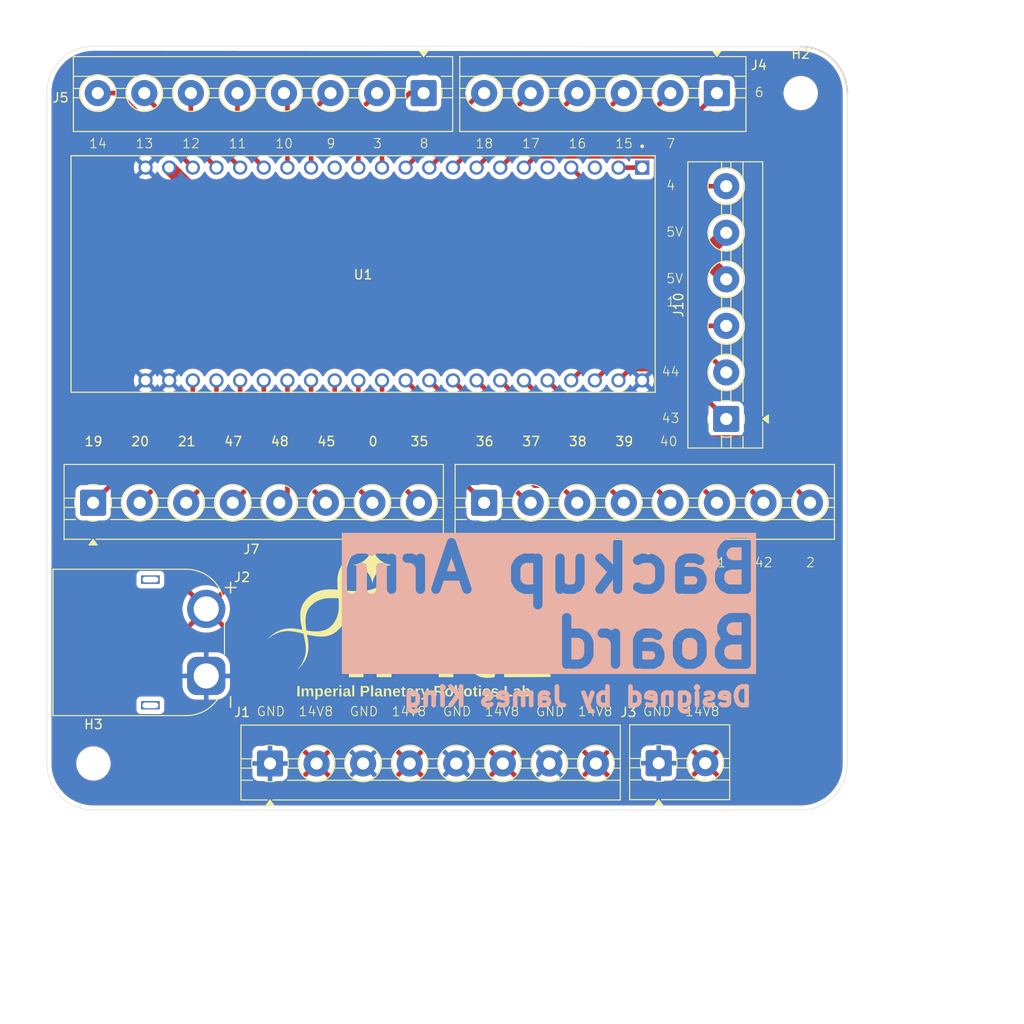
<source format=kicad_pcb>
(kicad_pcb (version 20241229) (generator "pcbnew") (generator_version "9.0")
  (layers (0 "F.Cu" signal) (2 "B.Cu" signal) (13 "F.Paste" user) (15 "B.Paste" user) (5 "F.SilkS" user "F.Silkscreen") (7 "B.SilkS" user "B.Silkscreen") (1 "F.Mask" user) (3 "B.Mask" user) (25 "Edge.Cuts" user))
  (net 0 "")
  (net 1 "GND")
  (net 2 "/14V8")
  (net 4 "/GPIO14")
  (net 5 "/GPIO13")
  (net 6 "/GPIO12")
  (net 7 "/GPIO5")
  (net 8 "/GPIO18")
  (net 9 "/GPIO11")
  (net 10 "/GPIO1")
  (net 11 "/GPIO16")
  (net 12 "/GPIO0")
  (net 13 "/GPIO8")
  (net 14 "/GPIO21")
  (net 15 "/GPIO15")
  (net 16 "/GPIO7")
  (net 17 "/GPIO9")
  (net 18 "/GPIO6")
  (net 19 "/GPIO2")
  (net 20 "/GPIO4")
  (net 21 "/GPIO3")
  (net 22 "/GPIO17")
  (net 23 "/GPIO10")
  (net 24 "/GPIO43")
  (net 25 "/GPIO38")
  (net 26 "/GPIO45")
  (net 27 "/GPIO44")
  (net 28 "/GPIO37")
  (net 29 "/GPIO46")
  (net 30 "/GPIO47")
  (net 31 "/GPIO40")
  (net 32 "/GPIO41")
  (net 33 "/GPIO36")
  (net 34 "/GPIO42")
  (net 35 "/GPIO48")
  (net 36 "/GPIO39")
  (net 37 "/GPIO20")
  (net 38 "/GPIO19")
  (net 39 "/GPIO35")
  (net 40 "/5V")
  (net 41 "Net-(U1-3V3-PadJ1_1)")
  (footprint "Connector_AMASS:AMASS_XT60PW-M_1x02_P7.20mm_Horizontal" (layer "F.Cu") (at 67.15 117.6 90)
    (property "Reference" "J2" (at 10.6 3.85 180) (layer "F.SilkS"))
    (property "Value" "Conn_01x02")
    (fp_text user "+" (at 9.5 2.5 90) (layer "F.SilkS") (effects (font (size 1.5 1.5))))
    (fp_text user "-" (at -2.8 2.5 90) (layer "F.SilkS") (effects (font (size 1.5 1.5))))
    (pad "" thru_hole rect (at -3.15 -6 90) (size 0.9 2) (drill oval 0.6 1.7) (layers "*.Cu" "*.Mask"))
    (pad "" thru_hole rect (at 10.35 -6 90) (size 0.9 2) (drill oval 0.6 1.7) (layers "*.Cu" "*.Mask"))
    (pad "1" thru_hole roundrect (at 0 0 90) (size 4.1 4.1) (drill 2.7) (layers "*.Cu" "*.Mask") (net 1 "GND"))
    (pad "2" thru_hole circle (at 7.2 0 90) (size 4.1 4.1) (drill 2.7) (layers "*.Cu" "*.Mask") (net 2 "/14V8"))
  )
  (footprint "TerminalBlock:TerminalBlock_MaiXu_MX126-5.0-08P_1x08_P5.00mm" (layer "F.Cu") (at 74 127)
    (property "Reference" "J1" (at -3 -5.5 0) (layer "F.SilkS"))
    (property "Value" "Conn_01x08")
    (pad "1" thru_hole roundrect (at 0 0) (size 2.8 2.8) (drill 1.3) (layers "*.Cu" "*.Mask") (roundrect_rratio 0.089286) (net 1 "GND"))
    (pad "2" thru_hole circle (at 5 0) (size 2.8 2.8) (drill 1.3) (layers "*.Cu" "*.Mask") (net 2 "/14V8"))
    (pad "3" thru_hole circle (at 10 0) (size 2.8 2.8) (drill 1.3) (layers "*.Cu" "*.Mask") (net 1 "GND"))
    (pad "4" thru_hole circle (at 15 0) (size 2.8 2.8) (drill 1.3) (layers "*.Cu" "*.Mask") (net 2 "/14V8"))
    (pad "5" thru_hole circle (at 20 0) (size 2.8 2.8) (drill 1.3) (layers "*.Cu" "*.Mask") (net 1 "GND"))
    (pad "6" thru_hole circle (at 25 0) (size 2.8 2.8) (drill 1.3) (layers "*.Cu" "*.Mask") (net 2 "/14V8"))
    (pad "7" thru_hole circle (at 30 0) (size 2.8 2.8) (drill 1.3) (layers "*.Cu" "*.Mask") (net 1 "GND"))
    (pad "8" thru_hole circle (at 35 0) (size 2.8 2.8) (drill 1.3) (layers "*.Cu" "*.Mask") (net 2 "/14V8"))
  )
  (footprint "TerminalBlock:TerminalBlock_MaiXu_MX126-5.0-08P_1x08_P5.00mm" (layer "F.Cu") (at 97 99)
    (property "Reference" "J8" (at 17.25 5 0) (layer "F.SilkS"))
    (property "Value" "Conn_01x08")
    (pad "1" thru_hole roundrect (at 0 0) (size 2.8 2.8) (drill 1.3) (layers "*.Cu" "*.Mask") (roundrect_rratio 0.089286) (net 33 "/GPIO36"))
    (pad "2" thru_hole circle (at 5 0) (size 2.8 2.8) (drill 1.3) (layers "*.Cu" "*.Mask") (net 28 "/GPIO37"))
    (pad "3" thru_hole circle (at 10 0) (size 2.8 2.8) (drill 1.3) (layers "*.Cu" "*.Mask") (net 25 "/GPIO38"))
    (pad "4" thru_hole circle (at 15 0) (size 2.8 2.8) (drill 1.3) (layers "*.Cu" "*.Mask") (net 36 "/GPIO39"))
    (pad "5" thru_hole circle (at 20 0) (size 2.8 2.8) (drill 1.3) (layers "*.Cu" "*.Mask") (net 31 "/GPIO40"))
    (pad "6" thru_hole circle (at 25 0) (size 2.8 2.8) (drill 1.3) (layers "*.Cu" "*.Mask") (net 32 "/GPIO41"))
    (pad "7" thru_hole circle (at 30 0) (size 2.8 2.8) (drill 1.3) (layers "*.Cu" "*.Mask") (net 34 "/GPIO42"))
    (pad "8" thru_hole circle (at 35 0) (size 2.8 2.8) (drill 1.3) (layers "*.Cu" "*.Mask") (net 19 "/GPIO2"))
  )
  (footprint "TerminalBlock:TerminalBlock_MaiXu_MX126-5.0-08P_1x08_P5.00mm" (layer "F.Cu") (at 55 99)
    (property "Reference" "J7" (at 17 5 0) (layer "F.SilkS"))
    (property "Value" "Conn_01x08")
    (pad "1" thru_hole roundrect (at 0 0) (size 2.8 2.8) (drill 1.3) (layers "*.Cu" "*.Mask") (roundrect_rratio 0.089286) (net 38 "/GPIO19"))
    (pad "2" thru_hole circle (at 5 0) (size 2.8 2.8) (drill 1.3) (layers "*.Cu" "*.Mask") (net 37 "/GPIO20"))
    (pad "3" thru_hole circle (at 10 0) (size 2.8 2.8) (drill 1.3) (layers "*.Cu" "*.Mask") (net 14 "/GPIO21"))
    (pad "4" thru_hole circle (at 15 0) (size 2.8 2.8) (drill 1.3) (layers "*.Cu" "*.Mask") (net 30 "/GPIO47"))
    (pad "5" thru_hole circle (at 20 0) (size 2.8 2.8) (drill 1.3) (layers "*.Cu" "*.Mask") (net 35 "/GPIO48"))
    (pad "6" thru_hole circle (at 25 0) (size 2.8 2.8) (drill 1.3) (layers "*.Cu" "*.Mask") (net 26 "/GPIO45"))
    (pad "7" thru_hole circle (at 30 0) (size 2.8 2.8) (drill 1.3) (layers "*.Cu" "*.Mask") (net 12 "/GPIO0"))
    (pad "8" thru_hole circle (at 35 0) (size 2.8 2.8) (drill 1.3) (layers "*.Cu" "*.Mask") (net 39 "/GPIO35"))
  )
  (footprint "MountingHole:MountingHole_3.2mm_M3" (layer "F.Cu") (at 55.035661 127)
    (property "Reference" "H3" (at 0 -4.2 0) (layer "F.SilkS"))
    (property "Value" "MountingHole")
    (pad "" np_thru_hole circle (at 0 0) (size 3.2 3.2) (drill 3.2) (layers "*.Cu" "*.Mask"))
  )
  (footprint "main_lib:IPRL_31mm" (layer "F.Cu") (at 89 112)
    (property "Reference" "G***" (hide yes))
    (property "Value" "LOGO" (hide yes))
  )
  (footprint "TerminalBlock:TerminalBlock_MaiXu_MX126-5.0-06P_1x06_P5.00mm" (layer "F.Cu") (at 122 55 180)
    (property "Reference" "J4" (at -4.5 3 0) (layer "F.SilkS"))
    (property "Value" "Conn_01x06")
    (pad "1" thru_hole roundrect (at 0 0 180) (size 2.8 2.8) (drill 1.3) (layers "*.Cu" "*.Mask") (roundrect_rratio 0.089286) (net 18 "/GPIO6"))
    (pad "2" thru_hole circle (at 5 0 180) (size 2.8 2.8) (drill 1.3) (layers "*.Cu" "*.Mask") (net 16 "/GPIO7"))
    (pad "3" thru_hole circle (at 10 0 180) (size 2.8 2.8) (drill 1.3) (layers "*.Cu" "*.Mask") (net 15 "/GPIO15"))
    (pad "4" thru_hole circle (at 15 0 180) (size 2.8 2.8) (drill 1.3) (layers "*.Cu" "*.Mask") (net 11 "/GPIO16"))
    (pad "5" thru_hole circle (at 20 0 180) (size 2.8 2.8) (drill 1.3) (layers "*.Cu" "*.Mask") (net 22 "/GPIO17"))
    (pad "6" thru_hole circle (at 25 0 180) (size 2.8 2.8) (drill 1.3) (layers "*.Cu" "*.Mask") (net 8 "/GPIO18"))
  )
  (footprint "MountingHole:MountingHole_3.2mm_M3" (layer "F.Cu") (at 131 55)
    (property "Reference" "H2" (at 0 -4.2 0) (layer "F.SilkS"))
    (property "Value" "MountingHole")
    (pad "" np_thru_hole circle (at 0 0) (size 3.2 3.2) (drill 3.2) (layers "*.Cu" "*.Mask"))
  )
  (footprint "IPRL_Footprints:XCVR_ESP32-S3-DEVKITC-1U-N8R2" (layer "F.Cu") (at 84 74.43 -90)
    (property "Reference" "U1" (at 0.07 0 180) (layer "F.SilkS"))
    (property "Value" "ESP32-S3-DEVKITC-1U-N8R2")
    (pad "J1_1" thru_hole rect (at -11.43 -29.97 270) (size 1.53 1.53) (drill 1.02) (layers "*.Cu" "*.Mask") (net 41 "Net-(U1-3V3-PadJ1_1)"))
    (pad "J1_2" thru_hole circle (at -11.43 -27.43 270) (size 1.53 1.53) (drill 1.02) (layers "*.Cu" "*.Mask") (net 41 "Net-(U1-3V3-PadJ1_1)"))
    (pad "J1_3" thru_hole circle (at -11.43 -24.89 270) (size 1.53 1.53) (drill 1.02) (layers "*.Cu" "*.Mask"))
    (pad "J1_4" thru_hole circle (at -11.43 -22.35 270) (size 1.53 1.53) (drill 1.02) (layers "*.Cu" "*.Mask") (net 20 "/GPIO4"))
    (pad "J1_5" thru_hole circle (at -11.43 -19.81 270) (size 1.53 1.53) (drill 1.02) (layers "*.Cu" "*.Mask") (net 7 "/GPIO5"))
    (pad "J1_6" thru_hole circle (at -11.43 -17.27 270) (size 1.53 1.53) (drill 1.02) (layers "*.Cu" "*.Mask") (net 18 "/GPIO6"))
    (pad "J1_7" thru_hole circle (at -11.43 -14.73 270) (size 1.53 1.53) (drill 1.02) (layers "*.Cu" "*.Mask") (net 16 "/GPIO7"))
    (pad "J1_8" thru_hole circle (at -11.43 -12.19 270) (size 1.53 1.53) (drill 1.02) (layers "*.Cu" "*.Mask") (net 15 "/GPIO15"))
    (pad "J1_9" thru_hole circle (at -11.43 -9.65 270) (size 1.53 1.53) (drill 1.02) (layers "*.Cu" "*.Mask") (net 11 "/GPIO16"))
    (pad "J1_10" thru_hole circle (at -11.43 -7.11 270) (size 1.53 1.53) (drill 1.02) (layers "*.Cu" "*.Mask") (net 22 "/GPIO17"))
    (pad "J1_11" thru_hole circle (at -11.43 -4.57 270) (size 1.53 1.53) (drill 1.02) (layers "*.Cu" "*.Mask") (net 8 "/GPIO18"))
    (pad "J1_12" thru_hole circle (at -11.43 -2.03 270) (size 1.53 1.53) (drill 1.02) (layers "*.Cu" "*.Mask") (net 13 "/GPIO8"))
    (pad "J1_13" thru_hole circle (at -11.43 0.51 270) (size 1.53 1.53) (drill 1.02) (layers "*.Cu" "*.Mask") (net 21 "/GPIO3"))
    (pad "J1_14" thru_hole circle (at -11.43 3.05 270) (size 1.53 1.53) (drill 1.02) (layers "*.Cu" "*.Mask") (net 29 "/GPIO46"))
    (pad "J1_15" thru_hole circle (at -11.43 5.59 270) (size 1.53 1.53) (drill 1.02) (layers "*.Cu" "*.Mask") (net 17 "/GPIO9"))
    (pad "J1_16" thru_hole circle (at -11.43 8.13 270) (size 1.53 1.53) (drill 1.02) (layers "*.Cu" "*.Mask") (net 23 "/GPIO10"))
    (pad "J1_17" thru_hole circle (at -11.43 10.67 270) (size 1.53 1.53) (drill 1.02) (layers "*.Cu" "*.Mask") (net 9 "/GPIO11"))
    (pad "J1_18" thru_hole circle (at -11.43 13.21 270) (size 1.53 1.53) (drill 1.02) (layers "*.Cu" "*.Mask") (net 6 "/GPIO12"))
    (pad "J1_19" thru_hole circle (at -11.43 15.75 270) (size 1.53 1.53) (drill 1.02) (layers "*.Cu" "*.Mask") (net 5 "/GPIO13"))
    (pad "J1_20" thru_hole circle (at -11.43 18.29 270) (size 1.53 1.53) (drill 1.02) (layers "*.Cu" "*.Mask") (net 4 "/GPIO14"))
    (pad "J1_21" thru_hole circle (at -11.43 20.83 270) (size 1.53 1.53) (drill 1.02) (layers "*.Cu" "*.Mask") (net 40 "/5V"))
    (pad "J1_22" thru_hole circle (at -11.43 23.37 270) (size 1.53 1.53) (drill 1.02) (layers "*.Cu" "*.Mask") (net 1 "GND"))
    (pad "J3_1" thru_hole circle (at 11.43 -29.97 270) (size 1.53 1.53) (drill 1.02) (layers "*.Cu" "*.Mask") (net 1 "GND"))
    (pad "J3_2" thru_hole circle (at 11.43 -27.43 270) (size 1.53 1.53) (drill 1.02) (layers "*.Cu" "*.Mask") (net 24 "/GPIO43"))
    (pad "J3_3" thru_hole circle (at 11.43 -24.89 270) (size 1.53 1.53) (drill 1.02) (layers "*.Cu" "*.Mask") (net 27 "/GPIO44"))
    (pad "J3_4" thru_hole circle (at 11.43 -22.35 270) (size 1.53 1.53) (drill 1.02) (layers "*.Cu" "*.Mask") (net 10 "/GPIO1"))
    (pad "J3_5" thru_hole circle (at 11.43 -19.81 270) (size 1.53 1.53) (drill 1.02) (layers "*.Cu" "*.Mask") (net 19 "/GPIO2"))
    (pad "J3_6" thru_hole circle (at 11.43 -17.27 270) (size 1.53 1.53) (drill 1.02) (layers "*.Cu" "*.Mask") (net 34 "/GPIO42"))
    (pad "J3_7" thru_hole circle (at 11.43 -14.73 270) (size 1.53 1.53) (drill 1.02) (layers "*.Cu" "*.Mask") (net 32 "/GPIO41"))
    (pad "J3_8" thru_hole circle (at 11.43 -12.19 270) (size 1.53 1.53) (drill 1.02) (layers "*.Cu" "*.Mask") (net 31 "/GPIO40"))
    (pad "J3_9" thru_hole circle (at 11.43 -9.65 270) (size 1.53 1.53) (drill 1.02) (layers "*.Cu" "*.Mask") (net 36 "/GPIO39"))
    (pad "J3_10" thru_hole circle (at 11.43 -7.11 270) (size 1.53 1.53) (drill 1.02) (layers "*.Cu" "*.Mask") (net 25 "/GPIO38"))
    (pad "J3_11" thru_hole circle (at 11.43 -4.57 270) (size 1.53 1.53) (drill 1.02) (layers "*.Cu" "*.Mask") (net 28 "/GPIO37"))
    (pad "J3_12" thru_hole circle (at 11.43 -2.03 270) (size 1.53 1.53) (drill 1.02) (layers "*.Cu" "*.Mask") (net 33 "/GPIO36"))
    (pad "J3_13" thru_hole circle (at 11.43 0.51 270) (size 1.53 1.53) (drill 1.02) (layers "*.Cu" "*.Mask") (net 39 "/GPIO35"))
    (pad "J3_14" thru_hole circle (at 11.43 3.05 270) (size 1.53 1.53) (drill 1.02) (layers "*.Cu" "*.Mask") (net 12 "/GPIO0"))
    (pad "J3_15" thru_hole circle (at 11.43 5.59 270) (size 1.53 1.53) (drill 1.02) (layers "*.Cu" "*.Mask") (net 26 "/GPIO45"))
    (pad "J3_16" thru_hole circle (at 11.43 8.13 270) (size 1.53 1.53) (drill 1.02) (layers "*.Cu" "*.Mask") (net 35 "/GPIO48"))
    (pad "J3_17" thru_hole circle (at 11.43 10.67 270) (size 1.53 1.53) (drill 1.02) (layers "*.Cu" "*.Mask") (net 30 "/GPIO47"))
    (pad "J3_18" thru_hole circle (at 11.43 13.21 270) (size 1.53 1.53) (drill 1.02) (layers "*.Cu" "*.Mask") (net 14 "/GPIO21"))
    (pad "J3_19" thru_hole circle (at 11.43 15.75 270) (size 1.53 1.53) (drill 1.02) (layers "*.Cu" "*.Mask") (net 37 "/GPIO20"))
    (pad "J3_20" thru_hole circle (at 11.43 18.29 270) (size 1.53 1.53) (drill 1.02) (layers "*.Cu" "*.Mask") (net 38 "/GPIO19"))
    (pad "J3_21" thru_hole circle (at 11.43 20.83 270) (size 1.53 1.53) (drill 1.02) (layers "*.Cu" "*.Mask") (net 1 "GND"))
    (pad "J3_22" thru_hole circle (at 11.43 23.37 270) (size 1.53 1.53) (drill 1.02) (layers "*.Cu" "*.Mask") (net 1 "GND"))
  )
  (footprint "TerminalBlock:TerminalBlock_MaiXu_MX126-5.0-06P_1x06_P5.00mm" (layer "F.Cu") (at 123 90 90)
    (property "Reference" "J10" (at 12.25 -5.12 90) (layer "F.SilkS"))
    (property "Value" "Conn_01x06")
    (pad "1" thru_hole roundrect (at 0 0 90) (size 2.8 2.8) (drill 1.3) (layers "*.Cu" "*.Mask") (roundrect_rratio 0.089286) (net 24 "/GPIO43"))
    (pad "2" thru_hole circle (at 5 0 90) (size 2.8 2.8) (drill 1.3) (layers "*.Cu" "*.Mask") (net 27 "/GPIO44"))
    (pad "3" thru_hole circle (at 10 0 90) (size 2.8 2.8) (drill 1.3) (layers "*.Cu" "*.Mask") (net 10 "/GPIO1"))
    (pad "4" thru_hole circle (at 15 0 90) (size 2.8 2.8) (drill 1.3) (layers "*.Cu" "*.Mask") (net 40 "/5V"))
    (pad "5" thru_hole circle (at 20 0 90) (size 2.8 2.8) (drill 1.3) (layers "*.Cu" "*.Mask") (net 40 "/5V"))
    (pad "6" thru_hole circle (at 25 0 90) (size 2.8 2.8) (drill 1.3) (layers "*.Cu" "*.Mask") (net 20 "/GPIO4"))
  )
  (footprint "TerminalBlock:TerminalBlock_MaiXu_MX126-5.0-08P_1x08_P5.00mm" (layer "F.Cu") (at 90.5 55 180)
    (property "Reference" "J5" (at 39 -0.5 0) (layer "F.SilkS"))
    (property "Value" "Conn_01x08")
    (pad "1" thru_hole roundrect (at 0 0 180) (size 2.8 2.8) (drill 1.3) (layers "*.Cu" "*.Mask") (roundrect_rratio 0.089286) (net 13 "/GPIO8"))
    (pad "2" thru_hole circle (at 5 0 180) (size 2.8 2.8) (drill 1.3) (layers "*.Cu" "*.Mask") (net 21 "/GPIO3"))
    (pad "3" thru_hole circle (at 10 0 180) (size 2.8 2.8) (drill 1.3) (layers "*.Cu" "*.Mask") (net 17 "/GPIO9"))
    (pad "4" thru_hole circle (at 15 0 180) (size 2.8 2.8) (drill 1.3) (layers "*.Cu" "*.Mask") (net 23 "/GPIO10"))
    (pad "5" thru_hole circle (at 20 0 180) (size 2.8 2.8) (drill 1.3) (layers "*.Cu" "*.Mask") (net 9 "/GPIO11"))
    (pad "6" thru_hole circle (at 25 0 180) (size 2.8 2.8) (drill 1.3) (layers "*.Cu" "*.Mask") (net 6 "/GPIO12"))
    (pad "7" thru_hole circle (at 30 0 180) (size 2.8 2.8) (drill 1.3) (layers "*.Cu" "*.Mask") (net 5 "/GPIO13"))
    (pad "8" thru_hole circle (at 35 0 180) (size 2.8 2.8) (drill 1.3) (layers "*.Cu" "*.Mask") (net 4 "/GPIO14"))
  )
  (footprint "TerminalBlock:TerminalBlock_MaiXu_MX126-5.0-02P_1x02_P5.00mm" (layer "F.Cu") (at 115.75 126.9675)
    (property "Reference" "J3" (at -3.25 -5.4675 0) (layer "F.SilkS"))
    (property "Value" "Conn_01x02")
    (pad "1" thru_hole roundrect (at 0 0) (size 2.8 2.8) (drill 1.3) (layers "*.Cu" "*.Mask") (roundrect_rratio 0.089286) (net 1 "GND"))
    (pad "2" thru_hole circle (at 5 0) (size 2.8 2.8) (drill 1.3) (layers "*.Cu" "*.Mask") (net 2 "/14V8"))
  )
  (gr_arc (start 131 50) (mid 134.535534 51.464466) (end 136 55) (stroke (width 0.2)) (layer "Edge.Cuts"))
  (gr_line (start 55.035661 132) (end 131 132) (stroke (width 0.05)) (layer "Edge.Cuts"))
  (gr_line (start 131 50) (end 55.035534 49.964465) (stroke (width 0.05)) (layer "Edge.Cuts"))
  (gr_arc (start 136 127) (mid 134.535534 130.535534) (end 131 132) (stroke (width 0.05)) (layer "Edge.Cuts"))
  (gr_line (start 136 127) (end 136 55) (stroke (width 0.05)) (layer "Edge.Cuts"))
  (gr_arc (start 50.035534 54.964465) (mid 51.5 51.428931) (end 55.035534 49.964465) (stroke (width 0.05)) (layer "Edge.Cuts"))
  (gr_line (start 50.035534 54.964465) (end 50.035664 127) (stroke (width 0.05)) (layer "Edge.Cuts"))
  (gr_arc (start 55.035661 132) (mid 51.500127 130.535534) (end 50.035661 127) (stroke (width 0.05)) (layer "Edge.Cuts"))
  (gr_text "0" (at 84.5 93 0) (layer "F.SilkS") (effects (font (size 1 1)) (justify left bottom)))
  (gr_text "7" (at 116.5 61 0) (layer "F.SilkS") (effects (font (size 1 1) (thickness 0.1)) (justify left bottom)))
  (gr_text "6" (at 126 55.5 0) (layer "F.SilkS") (effects (font (size 1 1) (thickness 0.1)) (justify left bottom)))
  (gr_text "15" (at 111 61 0) (layer "F.SilkS") (effects (font (size 1 1) (thickness 0.1)) (justify left bottom)))
  (gr_text "45" (at 79 93 0) (layer "F.SilkS") (effects (font (size 1 1)) (justify left bottom)))
  (gr_text "39" (at 111 93 0) (layer "F.SilkS") (effects (font (size 1 1)) (justify left bottom)))
  (gr_text "38" (at 106 93 0) (layer "F.SilkS") (effects (font (size 1 1)) (justify left bottom)))
  (gr_text "8" (at 90 61 0) (layer "F.SilkS") (effects (font (size 1 1) (thickness 0.1)) (justify left bottom)))
  (gr_text "4" (at 116.5 65.5 0) (layer "F.SilkS") (effects (font (size 1 1) (thickness 0.1)) (justify left bottom)))
  (gr_text "35" (at 89 93 0) (layer "F.SilkS") (effects (font (size 1 1)) (justify left bottom)))
  (gr_text "14V8" (at 97 122 0) (layer "F.SilkS") (effects (font (size 1 1) (thickness 0.1)) (justify left bottom)))
  (gr_text "14V8" (at 107 122 0) (layer "F.SilkS") (effects (font (size 1 1) (thickness 0.1)) (justify left bottom)))
  (gr_text "37" (at 101 93 0) (layer "F.SilkS") (effects (font (size 1 1)) (justify left bottom)))
  (gr_text "9" (at 80 61 0) (layer "F.SilkS") (effects (font (size 1 1) (thickness 0.1)) (justify left bottom)))
  (gr_text "42" (at 126 106 0) (layer "F.SilkS") (effects (font (size 1 1) (thickness 0.1)) (justify left bottom)))
  (gr_text "47" (at 69 93 0) (layer "F.SilkS") (effects (font (size 1 1)) (justify left bottom)))
  (gr_text "20" (at 59 93 0) (layer "F.SilkS") (effects (font (size 1 1)) (justify left bottom)))
  (gr_text "16" (at 106 61 0) (layer "F.SilkS") (effects (font (size 1 1) (thickness 0.1)) (justify left bottom)))
  (gr_text "GND" (at 102.5 122 0) (layer "F.SilkS") (effects (font (size 1 1) (thickness 0.1)) (justify left bottom)))
  (gr_text "14V8" (at 118.5 122 0) (layer "F.SilkS") (effects (font (size 1 1) (thickness 0.1)) (justify left bottom)))
  (gr_text "14V8" (at 77 122 0) (layer "F.SilkS") (effects (font (size 1 1) (thickness 0.1)) (justify left bottom)))
  (gr_text "40" (at 115.795 93 0) (layer "F.SilkS") (effects (font (size 1 1) (thickness 0.1)) (justify left bottom)))
  (gr_text "5V" (at 116.5 75.5 0) (layer "F.SilkS") (effects (font (size 1 1) (thickness 0.1)) (justify left bottom)))
  (gr_text "18" (at 96 61 0) (layer "F.SilkS") (effects (font (size 1 1) (thickness 0.1)) (justify left bottom)))
  (gr_text "GND" (at 92.5 122 0) (layer "F.SilkS") (effects (font (size 1 1) (thickness 0.1)) (justify left bottom)))
  (gr_text "3" (at 85 61 0) (layer "F.SilkS") (effects (font (size 1 1) (thickness 0.1)) (justify left bottom)))
  (gr_text "13" (at 59.5 61 0) (layer "F.SilkS") (effects (font (size 1 1) (thickness 0.1)) (justify left bottom)))
  (gr_text "14V8" (at 87 122 0) (layer "F.SilkS") (effects (font (size 1 1) (thickness 0.1)) (justify left bottom)))
  (gr_text "2" (at 131.5 106 0) (layer "F.SilkS") (effects (font (size 1 1) (thickness 0.1)) (justify left bottom)))
  (gr_text "5V" (at 116.5 70.5 0) (layer "F.SilkS") (effects (font (size 1 1) (thickness 0.1)) (justify left bottom)))
  (gr_text "43" (at 116 90.5 0) (layer "F.SilkS") (effects (font (size 1 1) (thickness 0.1)) (justify left bottom)))
  (gr_text "36" (at 96 93 0) (layer "F.SilkS") (effects (font (size 1 1)) (justify left bottom)))
  (gr_text "11" (at 69.5 61 0) (layer "F.SilkS") (effects (font (size 1 1) (thickness 0.1)) (justify left bottom)))
  (gr_text "GND" (at 114 122 0) (layer "F.SilkS") (effects (font (size 1 1) (thickness 0.1)) (justify left bottom)))
  (gr_text "48" (at 74 93 0) (layer "F.SilkS") (effects (font (size 1 1)) (justify left bottom)))
  (gr_text "GND" (at 82.5 122 0) (layer "F.SilkS") (effects (font (size 1 1) (thickness 0.1)) (justify left bottom)))
  (gr_text "12" (at 64.5 61 0) (layer "F.SilkS") (effects (font (size 1 1) (thickness 0.1)) (justify left bottom)))
  (gr_text "10" (at 74.5 61 0) (layer "F.SilkS") (effects (font (size 1 1) (thickness 0.1)) (justify left bottom)))
  (gr_text "1" (at 116.5 78 0) (layer "F.SilkS") (effects (font (size 1 1) (thickness 0.1)) (justify left bottom)))
  (gr_text "44" (at 116 85.5 0) (layer "F.SilkS") (effects (font (size 1 1) (thickness 0.1)) (justify left bottom)))
  (gr_text "14" (at 54.5 61 0) (layer "F.SilkS") (effects (font (size 1 1) (thickness 0.1)) (justify left bottom)))
  (gr_text "21" (at 64 93 0) (layer "F.SilkS") (effects (font (size 1 1)) (justify left bottom)))
  (gr_text "17" (at 101 61 0) (layer "F.SilkS") (effects (font (size 1 1) (thickness 0.1)) (justify left bottom)))
  (gr_text "41" (at 121 106 0) (layer "F.SilkS") (effects (font (size 1 1) (thickness 0.1)) (justify left bottom)))
  (gr_text "19" (at 54 93 0) (layer "F.SilkS") (effects (font (size 1 1)) (justify left bottom)))
  (gr_text "GND" (at 72.5 122 0) (layer "F.SilkS") (effects (font (size 1 1) (thickness 0.1)) (justify left bottom)))
  (gr_text "Designed by James King" (at 126 121 0) (layer "B.SilkS") (effects (font (size 2 2) (thickness 0.5) (bold yes)) (justify left bottom mirror)))
  (gr_text "Backup Arm\nBoard" (at 127 117 0) (layer "B.SilkS" knockout) (effects (font (size 5 5) (thickness 1) (bold yes)) (justify left bottom mirror)))
  (segment (start 65.71 63) (end 57.71 55) (width 0.5) (layer "F.Cu") (net 4))
  (segment (start 57.71 55) (end 55.5 55) (width 0.5) (layer "F.Cu") (net 4))
  (segment (start 68.25 63) (end 60.5 55.25) (width 0.5) (layer "F.Cu") (net 5))
  (segment (start 60.5 55.25) (end 60.5 55) (width 0.5) (layer "F.Cu") (net 5))
  (segment (start 70.79 63) (end 65.5 57.71) (width 0.5) (layer "F.Cu") (net 6))
  (segment (start 65.5 57.71) (end 65.5 55) (width 0.5) (layer "F.Cu") (net 6))
  (segment (start 96.57 55) (end 97 55) (width 0.5) (layer "F.Cu") (net 8))
  (segment (start 88.57 63) (end 96.57 55) (width 0.5) (layer "F.Cu") (net 8))
  (segment (start 73.33 63) (end 70.5 60.17) (width 0.5) (layer "F.Cu") (net 9))
  (segment (start 70.5 60.17) (end 70.5 55) (width 0.5) (layer "F.Cu") (net 9))
  (segment (start 112.21 80) (end 123 80) (width 0.5) (layer "F.Cu") (net 10))
  (segment (start 106.35 85.86) (end 112.21 80) (width 0.5) (layer "F.Cu") (net 10))
  (segment (start 103 59) (end 107 55) (width 0.5) (layer "F.Cu") (net 11))
  (segment (start 93.65 63) (end 97.65 59) (width 0.5) (layer "F.Cu") (net 11))
  (segment (start 97.65 59) (end 103 59) (width 0.5) (layer "F.Cu") (net 11))
  (segment (start 80.95 94.95) (end 85 99) (width 0.5) (layer "F.Cu") (net 12))
  (segment (start 80.95 85.86) (end 80.95 94.95) (width 0.5) (layer "F.Cu") (net 12))
  (segment (start 86 58) (end 89 55) (width 0.5) (layer "F.Cu") (net 13))
  (segment (start 86.03 58.03) (end 86 58) (width 0.5) (layer "F.Cu") (net 13))
  (segment (start 89 55) (end 90.5 55) (width 0.5) (layer "F.Cu") (net 13))
  (segment (start 86.03 63) (end 86.03 58.03) (width 0.5) (layer "F.Cu") (net 13))
  (segment (start 70.79 85.86) (end 70.79 93.21) (width 0.5) (layer "F.Cu") (net 14))
  (segment (start 70.79 93.21) (end 65 99) (width 0.5) (layer "F.Cu") (net 14))
  (segment (start 107 60) (end 112 55) (width 0.5) (layer "F.Cu") (net 15))
  (segment (start 96.19 63) (end 99.19 60) (width 0.5) (layer "F.Cu") (net 15))
  (segment (start 99.19 60) (end 107 60) (width 0.5) (layer "F.Cu") (net 15))
  (segment (start 98.73 63) (end 100.73 61) (width 0.5) (layer "F.Cu") (net 16))
  (segment (start 100.73 61) (end 111 61) (width 0.5) (layer "F.Cu") (net 16))
  (segment (start 111 61) (end 117 55) (width 0.5) (layer "F.Cu") (net 16))
  (segment (start 78.41 63) (end 78.41 57.09) (width 0.5) (layer "F.Cu") (net 17))
  (segment (start 78.41 57.09) (end 80.5 55) (width 0.5) (layer "F.Cu") (net 17))
  (segment (start 101.27 63) (end 102.486 61.784) (width 0.5) (layer "F.Cu") (net 18))
  (segment (start 115.216 61.784) (end 122 55) (width 0.5) (layer "F.Cu") (net 18))
  (segment (start 102.486 61.784) (end 115.216 61.784) (width 0.5) (layer "F.Cu") (net 18))
  (segment (start 103.81 85.86) (end 109.95 92) (width 0.5) (layer "F.Cu") (net 19))
  (segment (start 109.95 92) (end 125 92) (width 0.5) (layer "F.Cu") (net 19))
  (segment (start 125 92) (end 132 99) (width 0.5) (layer "F.Cu") (net 19))
  (segment (start 108.35 65) (end 123 65) (width 0.5) (layer "F.Cu") (net 20))
  (segment (start 106.35 63) (end 108.35 65) (width 0.5) (layer "F.Cu") (net 20))
  (segment (start 83.49 63) (end 83.49 57.01) (width 0.5) (layer "F.Cu") (net 21))
  (segment (start 83.49 57.01) (end 85.5 55) (width 0.5) (layer "F.Cu") (net 21))
  (segment (start 99 58) (end 102 55) (width 0.5) (layer "F.Cu") (net 22))
  (segment (start 96.11 58) (end 99 58) (width 0.5) (layer "F.Cu") (net 22))
  (segment (start 91.11 63) (end 96.11 58) (width 0.5) (layer "F.Cu") (net 22))
  (segment (start 75.87 63) (end 75.87 55.37) (width 0.5) (layer "F.Cu") (net 23))
  (segment (start 75.87 55.37) (end 75.5 55) (width 0.5) (layer "F.Cu") (net 23))
  (segment (start 111.43 85.86) (end 112.646 84.644) (width 0.5) (layer "F.Cu") (net 24))
  (segment (start 112.646 84.644) (end 117.644 84.644) (width 0.5) (layer "F.Cu") (net 24))
  (segment (start 117.644 84.644) (end 123 90) (width 0.5) (layer "F.Cu") (net 24))
  (segment (start 105.149 97.149) (end 107 99) (width 0.5) (layer "F.Cu") (net 25))
  (segment (start 102.399 97.149) (end 105.149 97.149) (width 0.5) (layer "F.Cu") (net 25))
  (segment (start 91.11 85.86) (end 102.399 97.149) (width 0.5) (layer "F.Cu") (net 25))
  (segment (start 78.41 85.86) (end 78.41 97.41) (width 0.5) (layer "F.Cu") (net 26))
  (segment (start 78.41 97.41) (end 80 99) (width 0.5) (layer "F.Cu") (net 26))
  (segment (start 111.149999 83.600001) (end 121.600001 83.600001) (width 0.5) (layer "F.Cu") (net 27))
  (segment (start 121.600001 83.600001) (end 123 85) (width 0.5) (layer "F.Cu") (net 27))
  (segment (start 108.89 85.86) (end 111.149999 83.600001) (width 0.5) (layer "F.Cu") (net 27))
  (segment (start 101.71 99) (end 102 99) (width 0.5) (layer "F.Cu") (net 28))
  (segment (start 88.57 85.86) (end 101.71 99) (width 0.5) (layer "F.Cu") (net 28))
  (segment (start 73.33 95.67) (end 70 99) (width 0.5) (layer "F.Cu") (net 30))
  (segment (start 73.33 85.86) (end 73.33 95.67) (width 0.5) (layer "F.Cu") (net 30))
  (segment (start 105.031 94.701) (end 112.701 94.701) (width 0.5) (layer "F.Cu") (net 31))
  (segment (start 96.19 85.86) (end 105.031 94.701) (width 0.5) (layer "F.Cu") (net 31))
  (segment (start 112.701 94.701) (end 117 99) (width 0.5) (layer "F.Cu") (net 31))
  (segment (start 106.87 94) (end 117 94) (width 0.5) (layer "F.Cu") (net 32))
  (segment (start 117 94) (end 122 99) (width 0.5) (layer "F.Cu") (net 32))
  (segment (start 98.73 85.86) (end 106.87 94) (width 0.5) (layer "F.Cu") (net 32))
  (segment (start 86.03 85.86) (end 86.03 88.03) (width 0.5) (layer "F.Cu") (net 33))
  (segment (start 86.03 88.03) (end 97 99) (width 0.5) (layer "F.Cu") (net 33))
  (segment (start 121 93) (end 127 99) (width 0.5) (layer "F.Cu") (net 34))
  (segment (start 108.41 93) (end 121 93) (width 0.5) (layer "F.Cu") (net 34))
  (segment (start 101.27 85.86) (end 108.41 93) (width 0.5) (layer "F.Cu") (net 34))
  (segment (start 75.87 98.13) (end 75 99) (width 0.5) (layer "F.Cu") (net 35))
  (segment (start 75.87 85.86) (end 75.87 98.13) (width 0.5) (layer "F.Cu") (net 35))
  (segment (start 103.79 96) (end 109 96) (width 0.5) (layer "F.Cu") (net 36))
  (segment (start 109 96) (end 112 99) (width 0.5) (layer "F.Cu") (net 36))
  (segment (start 93.65 85.86) (end 103.79 96) (width 0.5) (layer "F.Cu") (net 36))
  (segment (start 68.25 85.86) (end 68.25 90.75) (width 0.5) (layer "F.Cu") (net 37))
  (segment (start 68.25 90.75) (end 60 99) (width 0.5) (layer "F.Cu") (net 37))
  (segment (start 65.71 88.29) (end 55 99) (width 0.5) (layer "F.Cu") (net 38))
  (segment (start 65.71 85.86) (end 65.71 88.29) (width 0.5) (layer "F.Cu") (net 38))
  (segment (start 83.49 92.49) (end 90 99) (width 0.5) (layer "F.Cu") (net 39))
  (segment (start 83.49 85.86) (end 83.49 92.49) (width 0.5) (layer "F.Cu") (net 39))
  (segment (start 72.67 72.5) (end 120.5 72.5) (width 1.5) (layer "F.Cu") (net 40))
  (segment (start 120.5 72.5) (end 123 70) (width 1.5) (layer "F.Cu") (net 40))
  (segment (start 63.17 63) (end 72.67 72.5) (width 1.5) (layer "F.Cu") (net 40))
  (segment (start 120.5 72.5) (end 123 75) (width 1.5) (layer "F.Cu") (net 40))
  (segment (start 111.43 63) (end 113.97 63) (width 0.5) (layer "F.Cu") (net 41))
  (zone (net 2) (net_name "/14V8") (layer "F.Cu") (connect_pads (clearance 0.5)) (min_thickness 0.25) (fill yes (thermal_gap 0.5) (thermal_bridge_width 0.5))
    (polygon (pts (xy 45 45) (xy 45 155) (xy 155 155) (xy 155 45)))
  )
  (zone (net 1) (net_name "GND") (layer "B.Cu") (priority 1) (connect_pads (clearance 0.5)) (min_thickness 0.25) (fill yes (thermal_gap 0.5) (thermal_bridge_width 0.5))
    (polygon (pts (xy 45 45) (xy 45 155) (xy 155 155) (xy 155 45)))
  )
)
</source>
